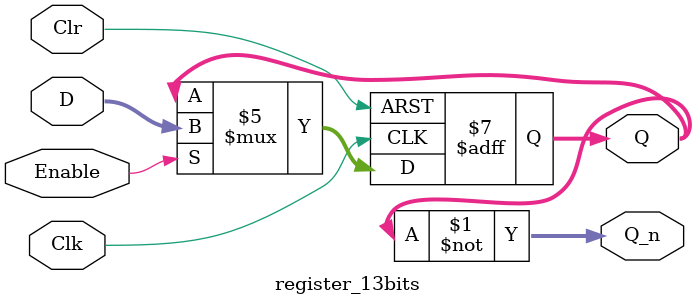
<source format=v>


module register_13bits(output reg [12:0] Q, output [12:0] Q_n, input [12:0] D, input Clr, Clk, Enable);
	assign Q_n = ~Q;
	initial begin
		Q <= 13'b0000000000000;
	end
	always @ (posedge Clk, negedge Clr)
		 if(!Clr) Q <= 13'b0000000000000;
		 else if(Enable) Q <= D;
endmodule

</source>
